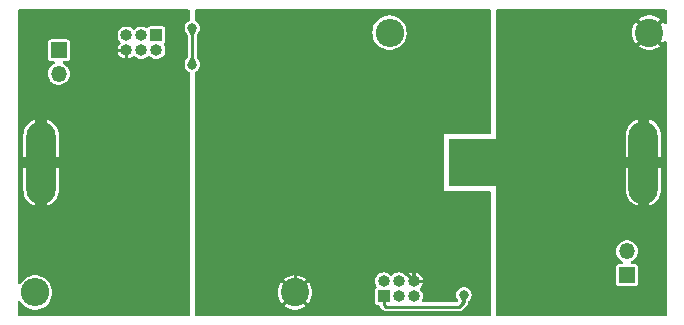
<source format=gbr>
%TF.GenerationSoftware,KiCad,Pcbnew,7.0.6-0*%
%TF.CreationDate,2024-05-28T13:41:10+12:00*%
%TF.ProjectId,BMSladderLeaf,424d536c-6164-4646-9572-4c6561662e6b,rev?*%
%TF.SameCoordinates,Original*%
%TF.FileFunction,Copper,L2,Bot*%
%TF.FilePolarity,Positive*%
%FSLAX46Y46*%
G04 Gerber Fmt 4.6, Leading zero omitted, Abs format (unit mm)*
G04 Created by KiCad (PCBNEW 7.0.6-0) date 2024-05-28 13:41:10*
%MOMM*%
%LPD*%
G01*
G04 APERTURE LIST*
%TA.AperFunction,ComponentPad*%
%ADD10O,2.500000X7.000000*%
%TD*%
%TA.AperFunction,ComponentPad*%
%ADD11R,1.000000X1.000000*%
%TD*%
%TA.AperFunction,ComponentPad*%
%ADD12O,1.000000X1.000000*%
%TD*%
%TA.AperFunction,ComponentPad*%
%ADD13C,2.400000*%
%TD*%
%TA.AperFunction,ComponentPad*%
%ADD14O,2.400000X2.400000*%
%TD*%
%TA.AperFunction,ComponentPad*%
%ADD15C,0.900000*%
%TD*%
%TA.AperFunction,ComponentPad*%
%ADD16C,8.600000*%
%TD*%
%TA.AperFunction,ComponentPad*%
%ADD17R,1.350000X1.350000*%
%TD*%
%TA.AperFunction,ComponentPad*%
%ADD18O,1.350000X1.350000*%
%TD*%
%TA.AperFunction,ViaPad*%
%ADD19C,0.800000*%
%TD*%
%TA.AperFunction,Conductor*%
%ADD20C,0.250000*%
%TD*%
G04 APERTURE END LIST*
D10*
%TO.P,H2,1,1*%
%TO.N,GND*%
X17000000Y-113000000D03*
%TD*%
D11*
%TO.P,J5,1,Pin_1*%
%TO.N,/FAULT_UPDI*%
X26770000Y-102230000D03*
D12*
%TO.P,J5,2,Pin_2*%
%TO.N,/VCC*%
X26770000Y-103500000D03*
%TO.P,J5,3,Pin_3*%
%TO.N,/RX*%
X25500000Y-102230000D03*
%TO.P,J5,4,Pin_4*%
%TO.N,/TX*%
X25500000Y-103500000D03*
%TO.P,J5,5,Pin_5*%
%TO.N,unconnected-(J5-Pin_5-Pad5)*%
X24230000Y-102230000D03*
%TO.P,J5,6,Pin_6*%
%TO.N,GND*%
X24230000Y-103500000D03*
%TD*%
D10*
%TO.P,H1,1,1*%
%TO.N,+BATT*%
X68000000Y-113000000D03*
%TD*%
D13*
%TO.P,R7,1*%
%TO.N,VEE*%
X38500000Y-124000000D03*
D14*
%TO.P,R7,2*%
%TO.N,Net-(Q2-D)*%
X16500000Y-124000000D03*
%TD*%
D13*
%TO.P,R20,1*%
%TO.N,+BATT*%
X68500000Y-102000000D03*
D14*
%TO.P,R20,2*%
%TO.N,Net-(Q5-D)*%
X46500000Y-102000000D03*
%TD*%
D11*
%TO.P,J7,1,Pin_1*%
%TO.N,/FAULT_UPDI2*%
X46025000Y-124325000D03*
D12*
%TO.P,J7,2,Pin_2*%
%TO.N,/VCCB*%
X46025000Y-123055000D03*
%TO.P,J7,3,Pin_3*%
%TO.N,/RX2*%
X47295000Y-124325000D03*
%TO.P,J7,4,Pin_4*%
%TO.N,/TX2*%
X47295000Y-123055000D03*
%TO.P,J7,5,Pin_5*%
%TO.N,unconnected-(J7-Pin_5-Pad5)*%
X48565000Y-124325000D03*
%TO.P,J7,6,Pin_6*%
%TO.N,VEE*%
X48565000Y-123055000D03*
%TD*%
D15*
%TO.P,H4,1,1*%
%TO.N,VEE*%
X39275000Y-113000000D03*
X40219581Y-110719581D03*
X40219581Y-115280419D03*
X42500000Y-109775000D03*
D16*
X42500000Y-113000000D03*
D15*
X42500000Y-116225000D03*
X44780419Y-110719581D03*
X44780419Y-115280419D03*
X45725000Y-113000000D03*
%TD*%
D17*
%TO.P,J4,1,Pin_1*%
%TO.N,Net-(J2-Pin_1)*%
X18500000Y-103500000D03*
D18*
%TO.P,J4,2,Pin_2*%
%TO.N,Net-(J2-Pin_2)*%
X18500000Y-105500000D03*
%TD*%
D17*
%TO.P,J6,1,Pin_1*%
%TO.N,Net-(J6-Pin_1)*%
X66600000Y-122500000D03*
D18*
%TO.P,J6,2,Pin_2*%
%TO.N,Net-(J6-Pin_2)*%
X66600000Y-120500000D03*
%TD*%
D19*
%TO.N,GND*%
X19600000Y-119700000D03*
X29100000Y-108700000D03*
X21100000Y-111600000D03*
X29100000Y-119900000D03*
X24200000Y-105400000D03*
X23200004Y-117100000D03*
X19300000Y-111599996D03*
%TO.N,VEE*%
X50500000Y-104500000D03*
X48200014Y-104500000D03*
X41000000Y-104100000D03*
X43700000Y-120600000D03*
X33000000Y-117400000D03*
X54700000Y-110200002D03*
X51500000Y-116700000D03*
X49299996Y-104500000D03*
X36200010Y-119900000D03*
X30500000Y-119900000D03*
X31500000Y-103500000D03*
X31000000Y-106000000D03*
X31000000Y-107500000D03*
X54700000Y-115800000D03*
%TO.N,/RX*%
X29800000Y-101600000D03*
X29800000Y-104700000D03*
%TO.N,/FAULT_UPDI2*%
X52800000Y-124200000D03*
%TO.N,+BATT*%
X57300004Y-123900000D03*
X60300006Y-107200000D03*
X65200000Y-105700000D03*
X60300000Y-110200002D03*
%TD*%
D20*
%TO.N,GND*%
X23300000Y-113000000D02*
X23200000Y-113100000D01*
X20000000Y-113000000D02*
X17000000Y-113000000D01*
X24200000Y-105400000D02*
X24200000Y-103530000D01*
X23300000Y-113000000D02*
X21200000Y-113000000D01*
X23200000Y-117099996D02*
X23200004Y-117100000D01*
X21100000Y-111600000D02*
X21100000Y-113000000D01*
X21200000Y-113000000D02*
X21100000Y-113000000D01*
X29100000Y-119900000D02*
X29100000Y-113000000D01*
X20000000Y-113000000D02*
X19600000Y-113000000D01*
X24200000Y-103530000D02*
X24230000Y-103500000D01*
X21100000Y-113000000D02*
X20000000Y-113000000D01*
X29100000Y-113000000D02*
X29100000Y-108700000D01*
X19300000Y-113000000D02*
X19300000Y-111599996D01*
X29100000Y-113000000D02*
X23300000Y-113000000D01*
X19600000Y-119700000D02*
X19600000Y-113000000D01*
X23200000Y-113100000D02*
X23200000Y-117099996D01*
X19600000Y-113000000D02*
X19300000Y-113000000D01*
%TO.N,VEE*%
X38500000Y-119900000D02*
X36200010Y-119900000D01*
X50999998Y-110200002D02*
X48200000Y-113000000D01*
X51500000Y-115800000D02*
X51500000Y-116700000D01*
X33000000Y-117400000D02*
X38500000Y-117400000D01*
X43700000Y-120600000D02*
X42500000Y-119400000D01*
X31500000Y-106000000D02*
X31000000Y-106000000D01*
X38500000Y-119700000D02*
X38500000Y-119900000D01*
X30500000Y-119900000D02*
X36200010Y-119900000D01*
X48200000Y-113000000D02*
X51000000Y-115800000D01*
X47610000Y-122100000D02*
X48565000Y-123055000D01*
X45200000Y-122100000D02*
X47610000Y-122100000D01*
X51500000Y-115800000D02*
X54700000Y-115800000D01*
X43700000Y-120600000D02*
X45200000Y-122100000D01*
X38500000Y-117400000D02*
X38500000Y-117000000D01*
X31000000Y-106000000D02*
X31000000Y-107500000D01*
X48200000Y-113000000D02*
X42500000Y-113000000D01*
X54700000Y-110200002D02*
X50999998Y-110200002D01*
X42500000Y-113000000D02*
X42500000Y-105600000D01*
X31500000Y-103500000D02*
X31500000Y-106000000D01*
X51000000Y-115800000D02*
X51500000Y-115800000D01*
X38500000Y-117000000D02*
X42500000Y-113000000D01*
X38500000Y-119700000D02*
X38500000Y-117400000D01*
X35500000Y-106000000D02*
X31500000Y-106000000D01*
X42500000Y-119400000D02*
X42500000Y-113000000D01*
X42500000Y-113000000D02*
X48200014Y-107299986D01*
X42500000Y-105600000D02*
X41000000Y-104100000D01*
X42500000Y-113000000D02*
X35500000Y-106000000D01*
X38500000Y-124000000D02*
X38500000Y-119700000D01*
X48200014Y-107299986D02*
X48200014Y-104500000D01*
%TO.N,/RX*%
X29800000Y-101600000D02*
X29800000Y-104700000D01*
%TO.N,/FAULT_UPDI2*%
X52375000Y-125225000D02*
X52800000Y-124800000D01*
X46030000Y-125030000D02*
X46225000Y-125225000D01*
X52800000Y-124800000D02*
X52800000Y-124200000D01*
X46225000Y-125225000D02*
X52375000Y-125225000D01*
X46030000Y-124400000D02*
X46030000Y-125030000D01*
%TO.N,+BATT*%
X57300004Y-115799996D02*
X57300004Y-123900000D01*
X60100000Y-113000000D02*
X57300004Y-115799996D01*
X60300000Y-107200006D02*
X60300006Y-107200000D01*
X68000000Y-113000000D02*
X68000000Y-108500000D01*
X68000000Y-113000000D02*
X60300000Y-113000000D01*
X68000000Y-108500000D02*
X65200000Y-105700000D01*
X60300000Y-110200002D02*
X60300000Y-113000000D01*
X60300000Y-113000000D02*
X60100000Y-113000000D01*
X68500000Y-102000000D02*
X65200000Y-105300000D01*
X60300000Y-108500000D02*
X60300000Y-107200006D01*
X65200000Y-105300000D02*
X65200000Y-105700000D01*
X60300000Y-108500000D02*
X60300000Y-110200002D01*
%TD*%
%TA.AperFunction,Conductor*%
%TO.N,VEE*%
G36*
X44702010Y-114989878D02*
G01*
X44670169Y-114995831D01*
X44574809Y-115054876D01*
X44507218Y-115144381D01*
X44490612Y-115202743D01*
X43911477Y-114623608D01*
X44074969Y-114470918D01*
X44123453Y-114411322D01*
X44702010Y-114989878D01*
G37*
%TD.AperFunction*%
%TA.AperFunction,Conductor*%
G36*
X40925031Y-114470918D02*
G01*
X41088522Y-114623608D01*
X40513305Y-115198825D01*
X40513127Y-115196898D01*
X40463133Y-115096497D01*
X40380247Y-115020935D01*
X40298572Y-114989294D01*
X40876545Y-114411321D01*
X40925031Y-114470918D01*
G37*
%TD.AperFunction*%
%TA.AperFunction,Conductor*%
G36*
X41088522Y-111376390D02*
G01*
X40925031Y-111529082D01*
X40876546Y-111588677D01*
X40297989Y-111010121D01*
X40329831Y-111004169D01*
X40425191Y-110945124D01*
X40492782Y-110855619D01*
X40509387Y-110797255D01*
X41088522Y-111376390D01*
G37*
%TD.AperFunction*%
%TA.AperFunction,Conductor*%
G36*
X44486873Y-110803102D02*
G01*
X44536867Y-110903503D01*
X44619753Y-110979065D01*
X44701426Y-111010704D01*
X44123453Y-111588677D01*
X44074969Y-111529082D01*
X43911476Y-111376389D01*
X44486694Y-110801171D01*
X44486873Y-110803102D01*
G37*
%TD.AperFunction*%
%TA.AperFunction,Conductor*%
G36*
X55043039Y-100045185D02*
G01*
X55088794Y-100097989D01*
X55100000Y-100149500D01*
X55100000Y-110476000D01*
X55080315Y-110543039D01*
X55027511Y-110588794D01*
X54976000Y-110600000D01*
X51100000Y-110600000D01*
X51100000Y-115400000D01*
X54976000Y-115400000D01*
X55043039Y-115419685D01*
X55088794Y-115472489D01*
X55100000Y-115524000D01*
X55100000Y-125850500D01*
X55080315Y-125917539D01*
X55027511Y-125963294D01*
X54976000Y-125974500D01*
X30124000Y-125974500D01*
X30056961Y-125954815D01*
X30011206Y-125902011D01*
X30000000Y-125850500D01*
X30000000Y-124000005D01*
X37045031Y-124000005D01*
X37064874Y-124239476D01*
X37123865Y-124472428D01*
X37220391Y-124692485D01*
X37351827Y-124893662D01*
X37351828Y-124893665D01*
X37372139Y-124915728D01*
X37979972Y-124307894D01*
X38072075Y-124427925D01*
X38192104Y-124520026D01*
X37586048Y-125126082D01*
X37586048Y-125126083D01*
X37704205Y-125218049D01*
X37915544Y-125332421D01*
X37915550Y-125332423D01*
X38142823Y-125410446D01*
X38379851Y-125450000D01*
X38620149Y-125450000D01*
X38857176Y-125410446D01*
X39084449Y-125332423D01*
X39084455Y-125332421D01*
X39295794Y-125218049D01*
X39413950Y-125126083D01*
X39413951Y-125126082D01*
X38807895Y-124520026D01*
X38927925Y-124427925D01*
X39020027Y-124307895D01*
X39627859Y-124915727D01*
X39627860Y-124915727D01*
X39648173Y-124893661D01*
X39648176Y-124893657D01*
X39779606Y-124692490D01*
X39876134Y-124472428D01*
X39935125Y-124239476D01*
X39954969Y-124000005D01*
X39954969Y-123999994D01*
X39935125Y-123760523D01*
X39876134Y-123527571D01*
X39779608Y-123307514D01*
X39648172Y-123106337D01*
X39648171Y-123106334D01*
X39627859Y-123084270D01*
X39020026Y-123692104D01*
X38927925Y-123572075D01*
X38807894Y-123479973D01*
X39232864Y-123055002D01*
X45269751Y-123055002D01*
X45288685Y-123223056D01*
X45344545Y-123382694D01*
X45344547Y-123382697D01*
X45396171Y-123464855D01*
X45415172Y-123532091D01*
X45394805Y-123598926D01*
X45360069Y-123633929D01*
X45344399Y-123644398D01*
X45289033Y-123727260D01*
X45289032Y-123727264D01*
X45274500Y-123800321D01*
X45274500Y-124849678D01*
X45289032Y-124922735D01*
X45289033Y-124922739D01*
X45289034Y-124922740D01*
X45344399Y-125005601D01*
X45427259Y-125060966D01*
X45427260Y-125060966D01*
X45427264Y-125060967D01*
X45500321Y-125075499D01*
X45500324Y-125075500D01*
X45500326Y-125075500D01*
X45554586Y-125075500D01*
X45621625Y-125095185D01*
X45664622Y-125144806D01*
X45665047Y-125144577D01*
X45666084Y-125146493D01*
X45667380Y-125147989D01*
X45668744Y-125151409D01*
X45669934Y-125153609D01*
X45669935Y-125153610D01*
X45678144Y-125168779D01*
X45696055Y-125201877D01*
X45720174Y-125251211D01*
X45724742Y-125257609D01*
X45729582Y-125263827D01*
X45769971Y-125301009D01*
X45846409Y-125377446D01*
X45922853Y-125453890D01*
X45938978Y-125473747D01*
X45944916Y-125482836D01*
X45972929Y-125504639D01*
X45978691Y-125509728D01*
X45981483Y-125512520D01*
X46000486Y-125526088D01*
X46043811Y-125559809D01*
X46043813Y-125559809D01*
X46050735Y-125563555D01*
X46057798Y-125567008D01*
X46057801Y-125567010D01*
X46110412Y-125582673D01*
X46136375Y-125591586D01*
X46162339Y-125600500D01*
X46170101Y-125601795D01*
X46177911Y-125602768D01*
X46177912Y-125602769D01*
X46177912Y-125602768D01*
X46177913Y-125602769D01*
X46205340Y-125601634D01*
X46232769Y-125600500D01*
X52323196Y-125600500D01*
X52348641Y-125603139D01*
X52352440Y-125603935D01*
X52359268Y-125605367D01*
X52380225Y-125602754D01*
X52394492Y-125600977D01*
X52402168Y-125600500D01*
X52406112Y-125600500D01*
X52406114Y-125600500D01*
X52406116Y-125600499D01*
X52406122Y-125600499D01*
X52421487Y-125597934D01*
X52429140Y-125596657D01*
X52483626Y-125589866D01*
X52483627Y-125589865D01*
X52483629Y-125589865D01*
X52491141Y-125587628D01*
X52498606Y-125585066D01*
X52498606Y-125585065D01*
X52498610Y-125585065D01*
X52546877Y-125558944D01*
X52596211Y-125534826D01*
X52596213Y-125534823D01*
X52602598Y-125530265D01*
X52608818Y-125525423D01*
X52608826Y-125525419D01*
X52633276Y-125498858D01*
X52646008Y-125485030D01*
X52830029Y-125301008D01*
X52936704Y-125194332D01*
X52940384Y-125190939D01*
X52955357Y-125178220D01*
X52962849Y-125168765D01*
X52967584Y-125163452D01*
X53028892Y-125102144D01*
X53048741Y-125086025D01*
X53057836Y-125080084D01*
X53079644Y-125052062D01*
X53084721Y-125046316D01*
X53087520Y-125043518D01*
X53101094Y-125024504D01*
X53101094Y-125024503D01*
X53134807Y-124981192D01*
X53138547Y-124974280D01*
X53142003Y-124967207D01*
X53142010Y-124967199D01*
X53157670Y-124914596D01*
X53175500Y-124862660D01*
X53175500Y-124862655D01*
X53176791Y-124854922D01*
X53177766Y-124847094D01*
X53177768Y-124847088D01*
X53176143Y-124807825D01*
X53186103Y-124753763D01*
X53192451Y-124738983D01*
X53211705Y-124707853D01*
X53217871Y-124700562D01*
X53230303Y-124687842D01*
X53290483Y-124634530D01*
X53380220Y-124504523D01*
X53436237Y-124356818D01*
X53455278Y-124200000D01*
X53436237Y-124043182D01*
X53380220Y-123895477D01*
X53290483Y-123765470D01*
X53172240Y-123660717D01*
X53172238Y-123660716D01*
X53172237Y-123660715D01*
X53032365Y-123587303D01*
X52878986Y-123549500D01*
X52878985Y-123549500D01*
X52721015Y-123549500D01*
X52721014Y-123549500D01*
X52567634Y-123587303D01*
X52427762Y-123660715D01*
X52309516Y-123765471D01*
X52219781Y-123895475D01*
X52219780Y-123895476D01*
X52163762Y-124043181D01*
X52144722Y-124199999D01*
X52144722Y-124200000D01*
X52163762Y-124356818D01*
X52190730Y-124427925D01*
X52219780Y-124504523D01*
X52270410Y-124577874D01*
X52301824Y-124623385D01*
X52323707Y-124689740D01*
X52306241Y-124757391D01*
X52287456Y-124781504D01*
X52255780Y-124813181D01*
X52194460Y-124846666D01*
X52168100Y-124849500D01*
X49346154Y-124849500D01*
X49279115Y-124829815D01*
X49233360Y-124777011D01*
X49223416Y-124707853D01*
X49241159Y-124659530D01*
X49245454Y-124652693D01*
X49245453Y-124652693D01*
X49245456Y-124652690D01*
X49301313Y-124493059D01*
X49301313Y-124493058D01*
X49301314Y-124493056D01*
X49320249Y-124325002D01*
X49320249Y-124324997D01*
X49301314Y-124156943D01*
X49245454Y-123997305D01*
X49245452Y-123997302D01*
X49155481Y-123854115D01*
X49155476Y-123854109D01*
X49078694Y-123777327D01*
X49045209Y-123716004D01*
X49050193Y-123646312D01*
X49078694Y-123601964D01*
X49155086Y-123525572D01*
X49245003Y-123382471D01*
X49300822Y-123222947D01*
X49302845Y-123205000D01*
X48856263Y-123205000D01*
X48890000Y-123112306D01*
X48890000Y-122997694D01*
X48856263Y-122905000D01*
X49302844Y-122905000D01*
X49300822Y-122887052D01*
X49245003Y-122727528D01*
X49155084Y-122584424D01*
X49035575Y-122464915D01*
X48892471Y-122374996D01*
X48732946Y-122319177D01*
X48715000Y-122317154D01*
X48715000Y-122766324D01*
X48677871Y-122744888D01*
X48593436Y-122730000D01*
X48536564Y-122730000D01*
X48452129Y-122744888D01*
X48415000Y-122766324D01*
X48415000Y-122317154D01*
X48397053Y-122319177D01*
X48237528Y-122374996D01*
X48094427Y-122464913D01*
X48018034Y-122541306D01*
X47956710Y-122574790D01*
X47887019Y-122569805D01*
X47842672Y-122541305D01*
X47765890Y-122464523D01*
X47765884Y-122464518D01*
X47622697Y-122374547D01*
X47622694Y-122374545D01*
X47463056Y-122318685D01*
X47295003Y-122299751D01*
X47294997Y-122299751D01*
X47126943Y-122318685D01*
X46967305Y-122374545D01*
X46967302Y-122374547D01*
X46824115Y-122464518D01*
X46824109Y-122464523D01*
X46747681Y-122540952D01*
X46686358Y-122574437D01*
X46616666Y-122569453D01*
X46572319Y-122540952D01*
X46495890Y-122464523D01*
X46495884Y-122464518D01*
X46352697Y-122374547D01*
X46352694Y-122374545D01*
X46193056Y-122318685D01*
X46025003Y-122299751D01*
X46024997Y-122299751D01*
X45856943Y-122318685D01*
X45697305Y-122374545D01*
X45697302Y-122374547D01*
X45554115Y-122464518D01*
X45554109Y-122464523D01*
X45434523Y-122584109D01*
X45434518Y-122584115D01*
X45344547Y-122727302D01*
X45344545Y-122727305D01*
X45288685Y-122886943D01*
X45269751Y-123054997D01*
X45269751Y-123055002D01*
X39232864Y-123055002D01*
X39413950Y-122873916D01*
X39413950Y-122873915D01*
X39295794Y-122781950D01*
X39084455Y-122667578D01*
X39084449Y-122667576D01*
X38857176Y-122589553D01*
X38620149Y-122550000D01*
X38379851Y-122550000D01*
X38142823Y-122589553D01*
X37915550Y-122667576D01*
X37915544Y-122667578D01*
X37704209Y-122781947D01*
X37586048Y-122873915D01*
X37586048Y-122873916D01*
X38192105Y-123479973D01*
X38072075Y-123572075D01*
X37979972Y-123692104D01*
X37372139Y-123084271D01*
X37351825Y-123106339D01*
X37351824Y-123106340D01*
X37220393Y-123307509D01*
X37123865Y-123527571D01*
X37064874Y-123760523D01*
X37045031Y-123999994D01*
X37045031Y-124000005D01*
X30000000Y-124000005D01*
X30000000Y-113000000D01*
X37945140Y-113000000D01*
X37964571Y-113420277D01*
X38022695Y-113836953D01*
X38022696Y-113836958D01*
X38119018Y-114246494D01*
X38252722Y-114645411D01*
X38252725Y-114645418D01*
X38422648Y-115030257D01*
X38422662Y-115030285D01*
X38627375Y-115397817D01*
X38627379Y-115397823D01*
X38865145Y-115744918D01*
X38865152Y-115744928D01*
X39133908Y-116068577D01*
X39133926Y-116068597D01*
X39176598Y-116111269D01*
X39925856Y-115362010D01*
X39926035Y-115363940D01*
X39976029Y-115464341D01*
X40058915Y-115539903D01*
X40140588Y-115571542D01*
X39388730Y-116323401D01*
X39431402Y-116366073D01*
X39431422Y-116366091D01*
X39755071Y-116634847D01*
X39755081Y-116634854D01*
X40102176Y-116872620D01*
X40102182Y-116872624D01*
X40469714Y-117077337D01*
X40469742Y-117077351D01*
X40854581Y-117247274D01*
X40854588Y-117247277D01*
X41253505Y-117380981D01*
X41663041Y-117477303D01*
X41663046Y-117477304D01*
X42079722Y-117535428D01*
X42499999Y-117554859D01*
X42920277Y-117535428D01*
X43336953Y-117477304D01*
X43336958Y-117477303D01*
X43746494Y-117380981D01*
X44145411Y-117247277D01*
X44145418Y-117247274D01*
X44530257Y-117077351D01*
X44530285Y-117077337D01*
X44897817Y-116872624D01*
X44897823Y-116872620D01*
X45244918Y-116634854D01*
X45244928Y-116634847D01*
X45568578Y-116366091D01*
X45568596Y-116366074D01*
X45611269Y-116323400D01*
X44858827Y-115570959D01*
X44890669Y-115565007D01*
X44986029Y-115505962D01*
X45053620Y-115416457D01*
X45070225Y-115358094D01*
X45823400Y-116111269D01*
X45823401Y-116111269D01*
X45866074Y-116068596D01*
X45866091Y-116068578D01*
X46134847Y-115744928D01*
X46134854Y-115744918D01*
X46372620Y-115397823D01*
X46372624Y-115397817D01*
X46577337Y-115030285D01*
X46577351Y-115030257D01*
X46747274Y-114645418D01*
X46747277Y-114645411D01*
X46880981Y-114246494D01*
X46977303Y-113836958D01*
X46977304Y-113836953D01*
X47035428Y-113420277D01*
X47054859Y-112999999D01*
X47035428Y-112579722D01*
X46977304Y-112163046D01*
X46977303Y-112163041D01*
X46880981Y-111753505D01*
X46747277Y-111354588D01*
X46747274Y-111354581D01*
X46577351Y-110969742D01*
X46577337Y-110969714D01*
X46372624Y-110602182D01*
X46372620Y-110602176D01*
X46134854Y-110255081D01*
X46134847Y-110255071D01*
X45866091Y-109931422D01*
X45866073Y-109931402D01*
X45823401Y-109888730D01*
X45074143Y-110637987D01*
X45073965Y-110636060D01*
X45023971Y-110535659D01*
X44941085Y-110460097D01*
X44859409Y-110428456D01*
X45611269Y-109676597D01*
X45568597Y-109633926D01*
X45568577Y-109633908D01*
X45244928Y-109365152D01*
X45244918Y-109365145D01*
X44897823Y-109127379D01*
X44897817Y-109127375D01*
X44530285Y-108922662D01*
X44530257Y-108922648D01*
X44145418Y-108752725D01*
X44145411Y-108752722D01*
X43746494Y-108619018D01*
X43336958Y-108522696D01*
X43336953Y-108522695D01*
X42920277Y-108464571D01*
X42499999Y-108445140D01*
X42079722Y-108464571D01*
X41663046Y-108522695D01*
X41663041Y-108522696D01*
X41253505Y-108619018D01*
X40854588Y-108752722D01*
X40854581Y-108752725D01*
X40469742Y-108922648D01*
X40469714Y-108922662D01*
X40102182Y-109127375D01*
X40102176Y-109127379D01*
X39755081Y-109365145D01*
X39755071Y-109365152D01*
X39431416Y-109633912D01*
X39431395Y-109633932D01*
X39388730Y-109676596D01*
X39388730Y-109676598D01*
X40141172Y-110429040D01*
X40109331Y-110434993D01*
X40013971Y-110494038D01*
X39946380Y-110583543D01*
X39929774Y-110641905D01*
X39176598Y-109888730D01*
X39176597Y-109888730D01*
X39133932Y-109931395D01*
X39133912Y-109931416D01*
X38865152Y-110255071D01*
X38865145Y-110255081D01*
X38627379Y-110602176D01*
X38627375Y-110602182D01*
X38422662Y-110969714D01*
X38422648Y-110969742D01*
X38252725Y-111354581D01*
X38252722Y-111354588D01*
X38119018Y-111753505D01*
X38022696Y-112163041D01*
X38022695Y-112163046D01*
X37964571Y-112579722D01*
X37945140Y-113000000D01*
X30000000Y-113000000D01*
X30000000Y-105404642D01*
X30019685Y-105337603D01*
X30066372Y-105294847D01*
X30172240Y-105239283D01*
X30290483Y-105134530D01*
X30380220Y-105004523D01*
X30436237Y-104856818D01*
X30455278Y-104700000D01*
X30436237Y-104543182D01*
X30380220Y-104395477D01*
X30290483Y-104265470D01*
X30284259Y-104259956D01*
X30268451Y-104243070D01*
X30255646Y-104226536D01*
X30245824Y-104211786D01*
X30227064Y-104178707D01*
X30217893Y-104158508D01*
X30204611Y-104120554D01*
X30199446Y-104100612D01*
X30187157Y-104029116D01*
X30186327Y-104021460D01*
X30180744Y-103899482D01*
X30178784Y-103891140D01*
X30175500Y-103862789D01*
X30175500Y-102436837D01*
X30179116Y-102407109D01*
X30180744Y-102400518D01*
X30186326Y-102278537D01*
X30187155Y-102270888D01*
X30199445Y-102199387D01*
X30204607Y-102179451D01*
X30217893Y-102141486D01*
X30227061Y-102121297D01*
X30245826Y-102088205D01*
X30255644Y-102073460D01*
X30268445Y-102056932D01*
X30284249Y-102040051D01*
X30290483Y-102034530D01*
X30314314Y-102000005D01*
X45044529Y-102000005D01*
X45064379Y-102239559D01*
X45123389Y-102472589D01*
X45219951Y-102692729D01*
X45291215Y-102801805D01*
X45351429Y-102893969D01*
X45514236Y-103070825D01*
X45514239Y-103070827D01*
X45514242Y-103070830D01*
X45703924Y-103218466D01*
X45703930Y-103218470D01*
X45703933Y-103218472D01*
X45915344Y-103332882D01*
X45915347Y-103332883D01*
X46142699Y-103410933D01*
X46142701Y-103410933D01*
X46142703Y-103410934D01*
X46379808Y-103450500D01*
X46379809Y-103450500D01*
X46620191Y-103450500D01*
X46620192Y-103450500D01*
X46857297Y-103410934D01*
X47084656Y-103332882D01*
X47296067Y-103218472D01*
X47485764Y-103070825D01*
X47648571Y-102893969D01*
X47780049Y-102692728D01*
X47876610Y-102472591D01*
X47935620Y-102239563D01*
X47948802Y-102080481D01*
X47955471Y-102000005D01*
X47955471Y-101999994D01*
X47935620Y-101760440D01*
X47935620Y-101760437D01*
X47876610Y-101527409D01*
X47780049Y-101307272D01*
X47772342Y-101295476D01*
X47648572Y-101106033D01*
X47648571Y-101106031D01*
X47485764Y-100929175D01*
X47485759Y-100929171D01*
X47485757Y-100929169D01*
X47296075Y-100781533D01*
X47296069Y-100781529D01*
X47084657Y-100667118D01*
X47084652Y-100667116D01*
X46857300Y-100589066D01*
X46679468Y-100559391D01*
X46620192Y-100549500D01*
X46379808Y-100549500D01*
X46332387Y-100557413D01*
X46142699Y-100589066D01*
X45915347Y-100667116D01*
X45915342Y-100667118D01*
X45703930Y-100781529D01*
X45703924Y-100781533D01*
X45514242Y-100929169D01*
X45514239Y-100929172D01*
X45351430Y-101106029D01*
X45351427Y-101106033D01*
X45219951Y-101307270D01*
X45123389Y-101527410D01*
X45064379Y-101760440D01*
X45044529Y-101999994D01*
X45044529Y-102000005D01*
X30314314Y-102000005D01*
X30380220Y-101904523D01*
X30436237Y-101756818D01*
X30455278Y-101600000D01*
X30448543Y-101544527D01*
X30436237Y-101443181D01*
X30392680Y-101328332D01*
X30380220Y-101295477D01*
X30290483Y-101165470D01*
X30172240Y-101060717D01*
X30172237Y-101060714D01*
X30066374Y-101005153D01*
X30016161Y-100956568D01*
X30000000Y-100895357D01*
X30000000Y-100149500D01*
X30019685Y-100082461D01*
X30072489Y-100036706D01*
X30124000Y-100025500D01*
X54976000Y-100025500D01*
X55043039Y-100045185D01*
G37*
%TD.AperFunction*%
%TD*%
%TA.AperFunction,Conductor*%
%TO.N,GND*%
G36*
X29543039Y-100045185D02*
G01*
X29588794Y-100097989D01*
X29600000Y-100149500D01*
X29600000Y-100895357D01*
X29580315Y-100962396D01*
X29533626Y-101005153D01*
X29427762Y-101060714D01*
X29309516Y-101165471D01*
X29219781Y-101295475D01*
X29219780Y-101295476D01*
X29163762Y-101443181D01*
X29144722Y-101599999D01*
X29144722Y-101600000D01*
X29163762Y-101756818D01*
X29219780Y-101904523D01*
X29219781Y-101904524D01*
X29309517Y-102034530D01*
X29315739Y-102040042D01*
X29331548Y-102056930D01*
X29335431Y-102061943D01*
X29344349Y-102073458D01*
X29354172Y-102088211D01*
X29372925Y-102121277D01*
X29382104Y-102141491D01*
X29395386Y-102179445D01*
X29400554Y-102199400D01*
X29412839Y-102270878D01*
X29413671Y-102278551D01*
X29419255Y-102400514D01*
X29419257Y-102400529D01*
X29421214Y-102408859D01*
X29424500Y-102437215D01*
X29424500Y-103863157D01*
X29420884Y-103892883D01*
X29419254Y-103899481D01*
X29419254Y-103899485D01*
X29413671Y-104021444D01*
X29412839Y-104029118D01*
X29400554Y-104100596D01*
X29395386Y-104120552D01*
X29382102Y-104158511D01*
X29372924Y-104178722D01*
X29354173Y-104211786D01*
X29344344Y-104226547D01*
X29331544Y-104243073D01*
X29315745Y-104259951D01*
X29309519Y-104265467D01*
X29219781Y-104395475D01*
X29219780Y-104395476D01*
X29163762Y-104543181D01*
X29144722Y-104699999D01*
X29144722Y-104700000D01*
X29163762Y-104856818D01*
X29200243Y-104953008D01*
X29219780Y-105004523D01*
X29309517Y-105134530D01*
X29427760Y-105239283D01*
X29533627Y-105294847D01*
X29583838Y-105343430D01*
X29600000Y-105404642D01*
X29600000Y-125850500D01*
X29580315Y-125917539D01*
X29527511Y-125963294D01*
X29476000Y-125974500D01*
X15149500Y-125974500D01*
X15082461Y-125954815D01*
X15036706Y-125902011D01*
X15025500Y-125850500D01*
X15025500Y-124811606D01*
X15045185Y-124744567D01*
X15097989Y-124698812D01*
X15167147Y-124688868D01*
X15230703Y-124717893D01*
X15253306Y-124743782D01*
X15351429Y-124893969D01*
X15514236Y-125070825D01*
X15514239Y-125070827D01*
X15514242Y-125070830D01*
X15703924Y-125218466D01*
X15703930Y-125218470D01*
X15703933Y-125218472D01*
X15915344Y-125332882D01*
X15915347Y-125332883D01*
X16142699Y-125410933D01*
X16142701Y-125410933D01*
X16142703Y-125410934D01*
X16379808Y-125450500D01*
X16379809Y-125450500D01*
X16620191Y-125450500D01*
X16620192Y-125450500D01*
X16857297Y-125410934D01*
X17084656Y-125332882D01*
X17296067Y-125218472D01*
X17485764Y-125070825D01*
X17648571Y-124893969D01*
X17780049Y-124692728D01*
X17876610Y-124472591D01*
X17935620Y-124239563D01*
X17955471Y-124000000D01*
X17935620Y-123760437D01*
X17876610Y-123527409D01*
X17780049Y-123307272D01*
X17648571Y-123106031D01*
X17485764Y-122929175D01*
X17485759Y-122929171D01*
X17485757Y-122929169D01*
X17296075Y-122781533D01*
X17296069Y-122781529D01*
X17084657Y-122667118D01*
X17084652Y-122667116D01*
X16857300Y-122589066D01*
X16679468Y-122559391D01*
X16620192Y-122549500D01*
X16379808Y-122549500D01*
X16332386Y-122557413D01*
X16142699Y-122589066D01*
X15915347Y-122667116D01*
X15915342Y-122667118D01*
X15703930Y-122781529D01*
X15703924Y-122781533D01*
X15514242Y-122929169D01*
X15514239Y-122929172D01*
X15351430Y-123106029D01*
X15351427Y-123106033D01*
X15253308Y-123256215D01*
X15200162Y-123301572D01*
X15130930Y-123310995D01*
X15067595Y-123281493D01*
X15030263Y-123222432D01*
X15025500Y-123188393D01*
X15025500Y-122549500D01*
X15025500Y-112850000D01*
X15499999Y-112850000D01*
X16500000Y-112850000D01*
X16500000Y-113150000D01*
X15500000Y-113150000D01*
X15500000Y-115312041D01*
X15515385Y-115497730D01*
X15515387Y-115497738D01*
X15576412Y-115738717D01*
X15676267Y-115966367D01*
X15812232Y-116174478D01*
X15980592Y-116357364D01*
X15980602Y-116357373D01*
X16176762Y-116510051D01*
X16176771Y-116510057D01*
X16395385Y-116628364D01*
X16395396Y-116628369D01*
X16630507Y-116709083D01*
X16849999Y-116745709D01*
X16850000Y-116745709D01*
X16850000Y-115977064D01*
X16928111Y-116000000D01*
X17071889Y-116000000D01*
X17150000Y-115977064D01*
X17150000Y-116745709D01*
X17369492Y-116709083D01*
X17604603Y-116628369D01*
X17604614Y-116628364D01*
X17823228Y-116510057D01*
X17823237Y-116510051D01*
X18019397Y-116357373D01*
X18019407Y-116357364D01*
X18187767Y-116174478D01*
X18323732Y-115966367D01*
X18423587Y-115738717D01*
X18484612Y-115497738D01*
X18484614Y-115497730D01*
X18500000Y-115312041D01*
X18500000Y-113150000D01*
X17500000Y-113150000D01*
X17500000Y-112850000D01*
X18500000Y-112850000D01*
X18500000Y-110687959D01*
X18484614Y-110502269D01*
X18484612Y-110502261D01*
X18423587Y-110261282D01*
X18323732Y-110033632D01*
X18187767Y-109825521D01*
X18019407Y-109642635D01*
X18019397Y-109642626D01*
X17823237Y-109489948D01*
X17823228Y-109489942D01*
X17604614Y-109371635D01*
X17604603Y-109371630D01*
X17369492Y-109290916D01*
X17150000Y-109254289D01*
X17150000Y-110022935D01*
X17071889Y-110000000D01*
X16928111Y-110000000D01*
X16850000Y-110022935D01*
X16850000Y-109254289D01*
X16849999Y-109254289D01*
X16630507Y-109290916D01*
X16395396Y-109371630D01*
X16395385Y-109371635D01*
X16176771Y-109489942D01*
X16176762Y-109489948D01*
X15980602Y-109642626D01*
X15980592Y-109642635D01*
X15812232Y-109825521D01*
X15676267Y-110033632D01*
X15576412Y-110261282D01*
X15515387Y-110502261D01*
X15515385Y-110502269D01*
X15500000Y-110687959D01*
X15499999Y-112850000D01*
X15025500Y-112850000D01*
X15025500Y-112739851D01*
X15039423Y-105500000D01*
X17569402Y-105500000D01*
X17589738Y-105693483D01*
X17649856Y-105878510D01*
X17649857Y-105878511D01*
X17730159Y-106017597D01*
X17747130Y-106046992D01*
X17792476Y-106097354D01*
X17877302Y-106191564D01*
X17877305Y-106191566D01*
X17877308Y-106191569D01*
X17995352Y-106277333D01*
X18034702Y-106305923D01*
X18102926Y-106336297D01*
X18212429Y-106385051D01*
X18402726Y-106425500D01*
X18597274Y-106425500D01*
X18787571Y-106385051D01*
X18965299Y-106305922D01*
X19122692Y-106191569D01*
X19252870Y-106046992D01*
X19350144Y-105878508D01*
X19410262Y-105693482D01*
X19430598Y-105500000D01*
X19410262Y-105306518D01*
X19350144Y-105121492D01*
X19350143Y-105121491D01*
X19350143Y-105121489D01*
X19350142Y-105121488D01*
X19316202Y-105062703D01*
X19252870Y-104953008D01*
X19201882Y-104896381D01*
X19122697Y-104808435D01*
X19122694Y-104808433D01*
X19122693Y-104808432D01*
X19122692Y-104808431D01*
X19043995Y-104751254D01*
X18965297Y-104694076D01*
X18895002Y-104662780D01*
X18841765Y-104617530D01*
X18821443Y-104550681D01*
X18840488Y-104483457D01*
X18892853Y-104437201D01*
X18945437Y-104425500D01*
X19199676Y-104425500D01*
X19199677Y-104425499D01*
X19272740Y-104410966D01*
X19355601Y-104355601D01*
X19410966Y-104272740D01*
X19425500Y-104199674D01*
X19425500Y-102800326D01*
X19425500Y-102800323D01*
X19425499Y-102800321D01*
X19410967Y-102727264D01*
X19410966Y-102727260D01*
X19393342Y-102700884D01*
X19355601Y-102644399D01*
X19272740Y-102589034D01*
X19272739Y-102589033D01*
X19272735Y-102589032D01*
X19199677Y-102574500D01*
X19199674Y-102574500D01*
X17800326Y-102574500D01*
X17800323Y-102574500D01*
X17727264Y-102589032D01*
X17727260Y-102589033D01*
X17644399Y-102644399D01*
X17589033Y-102727260D01*
X17589032Y-102727264D01*
X17574500Y-102800321D01*
X17574500Y-104199678D01*
X17589032Y-104272735D01*
X17589033Y-104272739D01*
X17589034Y-104272740D01*
X17644399Y-104355601D01*
X17704079Y-104395477D01*
X17727260Y-104410966D01*
X17727264Y-104410967D01*
X17800321Y-104425499D01*
X17800324Y-104425500D01*
X18054563Y-104425500D01*
X18121602Y-104445185D01*
X18167357Y-104497989D01*
X18177301Y-104567147D01*
X18148276Y-104630703D01*
X18104998Y-104662780D01*
X18034702Y-104694076D01*
X17877305Y-104808433D01*
X17877302Y-104808435D01*
X17747129Y-104953009D01*
X17649857Y-105121488D01*
X17649856Y-105121489D01*
X17589738Y-105306516D01*
X17569402Y-105500000D01*
X15039423Y-105500000D01*
X15045711Y-102230002D01*
X23474751Y-102230002D01*
X23493685Y-102398056D01*
X23549545Y-102557694D01*
X23549547Y-102557697D01*
X23639518Y-102700884D01*
X23639523Y-102700890D01*
X23716305Y-102777672D01*
X23749790Y-102838995D01*
X23744806Y-102908687D01*
X23716306Y-102953034D01*
X23639913Y-103029427D01*
X23549996Y-103172528D01*
X23494177Y-103332052D01*
X23492155Y-103350000D01*
X23938737Y-103350000D01*
X23905000Y-103442694D01*
X23905000Y-103557306D01*
X23938737Y-103650000D01*
X23492155Y-103650000D01*
X23494177Y-103667947D01*
X23549996Y-103827471D01*
X23639915Y-103970575D01*
X23759424Y-104090084D01*
X23902528Y-104180003D01*
X24062052Y-104235822D01*
X24079999Y-104237844D01*
X24079999Y-103788675D01*
X24117129Y-103810112D01*
X24201564Y-103825000D01*
X24258436Y-103825000D01*
X24342871Y-103810112D01*
X24380000Y-103788675D01*
X24380000Y-104237844D01*
X24397947Y-104235822D01*
X24557471Y-104180003D01*
X24700572Y-104090086D01*
X24776964Y-104013694D01*
X24838287Y-103980209D01*
X24907979Y-103985193D01*
X24952327Y-104013694D01*
X25029109Y-104090476D01*
X25029115Y-104090481D01*
X25172302Y-104180452D01*
X25172305Y-104180454D01*
X25172309Y-104180455D01*
X25172310Y-104180456D01*
X25227232Y-104199674D01*
X25331943Y-104236314D01*
X25499997Y-104255249D01*
X25500000Y-104255249D01*
X25500003Y-104255249D01*
X25668056Y-104236314D01*
X25669462Y-104235822D01*
X25827690Y-104180456D01*
X25827692Y-104180454D01*
X25827694Y-104180454D01*
X25827697Y-104180452D01*
X25970884Y-104090481D01*
X25970885Y-104090480D01*
X25970890Y-104090477D01*
X26047318Y-104014048D01*
X26108642Y-103980563D01*
X26178334Y-103985547D01*
X26222681Y-104014048D01*
X26299109Y-104090476D01*
X26299115Y-104090481D01*
X26442302Y-104180452D01*
X26442305Y-104180454D01*
X26442309Y-104180455D01*
X26442310Y-104180456D01*
X26497232Y-104199674D01*
X26601943Y-104236314D01*
X26769997Y-104255249D01*
X26770000Y-104255249D01*
X26770003Y-104255249D01*
X26938056Y-104236314D01*
X26939462Y-104235822D01*
X27097690Y-104180456D01*
X27097692Y-104180454D01*
X27097694Y-104180454D01*
X27097697Y-104180452D01*
X27240884Y-104090481D01*
X27240885Y-104090480D01*
X27240890Y-104090477D01*
X27360477Y-103970890D01*
X27360675Y-103970575D01*
X27450452Y-103827697D01*
X27450454Y-103827694D01*
X27450454Y-103827692D01*
X27450456Y-103827690D01*
X27506313Y-103668059D01*
X27506313Y-103668058D01*
X27506314Y-103668056D01*
X27525249Y-103500002D01*
X27525249Y-103499997D01*
X27506314Y-103331943D01*
X27476659Y-103247195D01*
X27450456Y-103172310D01*
X27450454Y-103172307D01*
X27450454Y-103172306D01*
X27398828Y-103090145D01*
X27379827Y-103022908D01*
X27400194Y-102956073D01*
X27434930Y-102921071D01*
X27450601Y-102910601D01*
X27505966Y-102827740D01*
X27520500Y-102754674D01*
X27520500Y-101705326D01*
X27520500Y-101705323D01*
X27520499Y-101705321D01*
X27505967Y-101632264D01*
X27505966Y-101632260D01*
X27484410Y-101599999D01*
X27450601Y-101549399D01*
X27367740Y-101494034D01*
X27367739Y-101494033D01*
X27367735Y-101494032D01*
X27294677Y-101479500D01*
X27294674Y-101479500D01*
X26245326Y-101479500D01*
X26245323Y-101479500D01*
X26172264Y-101494032D01*
X26172260Y-101494033D01*
X26089398Y-101549399D01*
X26078929Y-101565069D01*
X26025317Y-101609874D01*
X25955992Y-101618581D01*
X25909855Y-101601171D01*
X25827697Y-101549547D01*
X25827694Y-101549545D01*
X25668056Y-101493685D01*
X25500003Y-101474751D01*
X25499997Y-101474751D01*
X25331943Y-101493685D01*
X25172305Y-101549545D01*
X25172302Y-101549547D01*
X25029115Y-101639518D01*
X25029109Y-101639523D01*
X24952681Y-101715952D01*
X24891358Y-101749437D01*
X24821666Y-101744453D01*
X24777319Y-101715952D01*
X24700890Y-101639523D01*
X24700884Y-101639518D01*
X24557697Y-101549547D01*
X24557694Y-101549545D01*
X24398056Y-101493685D01*
X24230003Y-101474751D01*
X24229997Y-101474751D01*
X24061943Y-101493685D01*
X23902305Y-101549545D01*
X23902302Y-101549547D01*
X23759115Y-101639518D01*
X23759109Y-101639523D01*
X23639523Y-101759109D01*
X23639518Y-101759115D01*
X23549547Y-101902302D01*
X23549545Y-101902305D01*
X23493685Y-102061943D01*
X23474751Y-102229997D01*
X23474751Y-102230002D01*
X15045711Y-102230002D01*
X15048278Y-100895357D01*
X15049713Y-100149262D01*
X15069527Y-100082260D01*
X15122419Y-100036607D01*
X15173713Y-100025500D01*
X29476000Y-100025500D01*
X29543039Y-100045185D01*
G37*
%TD.AperFunction*%
%TD*%
%TA.AperFunction,Conductor*%
%TO.N,+BATT*%
G36*
X69974500Y-117600000D02*
G01*
X65350000Y-117600000D01*
X65356355Y-115312041D01*
X66500000Y-115312041D01*
X66515385Y-115497730D01*
X66515387Y-115497738D01*
X66576412Y-115738717D01*
X66676267Y-115966367D01*
X66812232Y-116174478D01*
X66980592Y-116357364D01*
X66980602Y-116357373D01*
X67176762Y-116510051D01*
X67176771Y-116510057D01*
X67395385Y-116628364D01*
X67395388Y-116628366D01*
X67500000Y-116664278D01*
X67500000Y-115535763D01*
X67515320Y-115642315D01*
X67575048Y-115773100D01*
X67669202Y-115881761D01*
X67790156Y-115959493D01*
X67928111Y-116000000D01*
X68071889Y-116000000D01*
X68209844Y-115959493D01*
X68330798Y-115881761D01*
X68424952Y-115773100D01*
X68484680Y-115642315D01*
X68500000Y-115535763D01*
X68500000Y-116664277D01*
X68604611Y-116628366D01*
X68604614Y-116628364D01*
X68823228Y-116510057D01*
X68823237Y-116510051D01*
X69019397Y-116357373D01*
X69019407Y-116357364D01*
X69187767Y-116174478D01*
X69323732Y-115966367D01*
X69423587Y-115738717D01*
X69484612Y-115497738D01*
X69484614Y-115497730D01*
X69500000Y-115312041D01*
X69500000Y-113500000D01*
X68500000Y-113500000D01*
X68500000Y-112500000D01*
X69500000Y-112500000D01*
X69500000Y-110687959D01*
X69484614Y-110502269D01*
X69484612Y-110502261D01*
X69423587Y-110261282D01*
X69323732Y-110033632D01*
X69187767Y-109825521D01*
X69019407Y-109642635D01*
X69019397Y-109642626D01*
X68823237Y-109489948D01*
X68823228Y-109489942D01*
X68604614Y-109371635D01*
X68604604Y-109371630D01*
X68500000Y-109335720D01*
X68500000Y-110464237D01*
X68484680Y-110357685D01*
X68424952Y-110226900D01*
X68330798Y-110118239D01*
X68209844Y-110040507D01*
X68071889Y-110000000D01*
X67928111Y-110000000D01*
X67790156Y-110040507D01*
X67669202Y-110118239D01*
X67575048Y-110226900D01*
X67515320Y-110357685D01*
X67500000Y-110464237D01*
X67500000Y-109335720D01*
X67395395Y-109371630D01*
X67395385Y-109371635D01*
X67176771Y-109489942D01*
X67176762Y-109489948D01*
X66980602Y-109642626D01*
X66980592Y-109642635D01*
X66812232Y-109825521D01*
X66676267Y-110033632D01*
X66576412Y-110261282D01*
X66515387Y-110502261D01*
X66515385Y-110502269D01*
X66500000Y-110687959D01*
X66500000Y-112500000D01*
X67500000Y-112500000D01*
X67500000Y-113500000D01*
X66500000Y-113500000D01*
X66500000Y-115312041D01*
X65356355Y-115312041D01*
X65375000Y-108600000D01*
X69974500Y-108577563D01*
X69974500Y-117600000D01*
G37*
%TD.AperFunction*%
%TD*%
%TA.AperFunction,Conductor*%
%TO.N,GND*%
G36*
X19300000Y-117500000D02*
G01*
X15025500Y-117500000D01*
X15025500Y-115312041D01*
X15500000Y-115312041D01*
X15515385Y-115497730D01*
X15515387Y-115497738D01*
X15576412Y-115738717D01*
X15676267Y-115966367D01*
X15812232Y-116174478D01*
X15980592Y-116357364D01*
X15980602Y-116357373D01*
X16176762Y-116510051D01*
X16176771Y-116510057D01*
X16395385Y-116628364D01*
X16395388Y-116628366D01*
X16500000Y-116664278D01*
X16500000Y-115535763D01*
X16515320Y-115642315D01*
X16575048Y-115773100D01*
X16669202Y-115881761D01*
X16790156Y-115959493D01*
X16928111Y-116000000D01*
X17071889Y-116000000D01*
X17209844Y-115959493D01*
X17330798Y-115881761D01*
X17424952Y-115773100D01*
X17484680Y-115642315D01*
X17500000Y-115535763D01*
X17500000Y-116664277D01*
X17604611Y-116628366D01*
X17604614Y-116628364D01*
X17823228Y-116510057D01*
X17823237Y-116510051D01*
X18019397Y-116357373D01*
X18019407Y-116357364D01*
X18187767Y-116174478D01*
X18323732Y-115966367D01*
X18423587Y-115738717D01*
X18484612Y-115497738D01*
X18484614Y-115497730D01*
X18500000Y-115312041D01*
X18500000Y-113500000D01*
X17500000Y-113500000D01*
X17500000Y-112500000D01*
X18500000Y-112500000D01*
X18500000Y-110687959D01*
X18484614Y-110502269D01*
X18484612Y-110502261D01*
X18423587Y-110261282D01*
X18323732Y-110033632D01*
X18187767Y-109825521D01*
X18019407Y-109642635D01*
X18019397Y-109642626D01*
X17823237Y-109489948D01*
X17823228Y-109489942D01*
X17604614Y-109371635D01*
X17604604Y-109371630D01*
X17500000Y-109335720D01*
X17500000Y-110464237D01*
X17484680Y-110357685D01*
X17424952Y-110226900D01*
X17330798Y-110118239D01*
X17209844Y-110040507D01*
X17071889Y-110000000D01*
X16928111Y-110000000D01*
X16790156Y-110040507D01*
X16669202Y-110118239D01*
X16575048Y-110226900D01*
X16515320Y-110357685D01*
X16500000Y-110464237D01*
X16500000Y-109335720D01*
X16395395Y-109371630D01*
X16395385Y-109371635D01*
X16176771Y-109489942D01*
X16176762Y-109489948D01*
X15980602Y-109642626D01*
X15980592Y-109642635D01*
X15812232Y-109825521D01*
X15676267Y-110033632D01*
X15576412Y-110261282D01*
X15515387Y-110502261D01*
X15515385Y-110502269D01*
X15500000Y-110687959D01*
X15500000Y-112500000D01*
X16500000Y-112500000D01*
X16500000Y-113500000D01*
X15500000Y-113500000D01*
X15500000Y-115312041D01*
X15025500Y-115312041D01*
X15025500Y-108559570D01*
X15033592Y-108532011D01*
X15033654Y-108500000D01*
X19300000Y-108500000D01*
X19300000Y-117500000D01*
G37*
%TD.AperFunction*%
%TD*%
%TA.AperFunction,Conductor*%
%TO.N,VEE*%
G36*
X47600000Y-118300000D02*
G01*
X37500000Y-118400000D01*
X37475000Y-107925000D01*
X47600000Y-107900000D01*
X47600000Y-118300000D01*
G37*
%TD.AperFunction*%
%TD*%
%TA.AperFunction,Conductor*%
%TO.N,+BATT*%
G36*
X69917539Y-100045185D02*
G01*
X69963294Y-100097989D01*
X69974500Y-100149500D01*
X69974500Y-101189308D01*
X69954815Y-101256347D01*
X69902011Y-101302102D01*
X69832853Y-101312046D01*
X69769297Y-101283021D01*
X69746691Y-101257130D01*
X69648172Y-101106337D01*
X69648171Y-101106334D01*
X69627859Y-101084270D01*
X69020026Y-101692104D01*
X68927925Y-101572075D01*
X68807894Y-101479972D01*
X69413950Y-100873916D01*
X69413950Y-100873915D01*
X69295794Y-100781950D01*
X69084455Y-100667578D01*
X69084449Y-100667576D01*
X68857176Y-100589553D01*
X68620149Y-100550000D01*
X68379851Y-100550000D01*
X68142823Y-100589553D01*
X67915550Y-100667576D01*
X67915544Y-100667578D01*
X67704209Y-100781947D01*
X67586048Y-100873915D01*
X67586048Y-100873916D01*
X68192104Y-101479973D01*
X68072075Y-101572075D01*
X67979972Y-101692104D01*
X67372138Y-101084270D01*
X67351824Y-101106340D01*
X67220393Y-101307509D01*
X67123865Y-101527571D01*
X67064874Y-101760523D01*
X67045031Y-101999994D01*
X67045031Y-102000005D01*
X67064874Y-102239476D01*
X67123865Y-102472428D01*
X67220391Y-102692485D01*
X67351827Y-102893662D01*
X67351828Y-102893665D01*
X67372139Y-102915728D01*
X67979972Y-102307894D01*
X68072075Y-102427925D01*
X68192104Y-102520026D01*
X67586048Y-103126082D01*
X67586048Y-103126083D01*
X67704205Y-103218049D01*
X67915544Y-103332421D01*
X67915550Y-103332423D01*
X68142823Y-103410446D01*
X68379851Y-103450000D01*
X68620149Y-103450000D01*
X68857176Y-103410446D01*
X69084449Y-103332423D01*
X69084455Y-103332421D01*
X69295794Y-103218049D01*
X69413950Y-103126083D01*
X69413951Y-103126082D01*
X68807895Y-102520026D01*
X68927925Y-102427925D01*
X69020027Y-102307895D01*
X69627859Y-102915727D01*
X69627860Y-102915727D01*
X69648173Y-102893661D01*
X69648176Y-102893657D01*
X69746692Y-102742869D01*
X69799838Y-102697513D01*
X69869069Y-102688089D01*
X69932405Y-102717591D01*
X69969736Y-102776652D01*
X69974500Y-102810691D01*
X69974500Y-125850500D01*
X69954815Y-125917539D01*
X69902011Y-125963294D01*
X69850500Y-125974500D01*
X55624000Y-125974500D01*
X55556961Y-125954815D01*
X55511206Y-125902011D01*
X55500000Y-125850500D01*
X55500000Y-120500000D01*
X65669402Y-120500000D01*
X65689738Y-120693483D01*
X65749856Y-120878510D01*
X65749857Y-120878511D01*
X65830159Y-121017597D01*
X65847130Y-121046992D01*
X65892476Y-121097354D01*
X65977302Y-121191564D01*
X65977305Y-121191566D01*
X65977308Y-121191569D01*
X66095352Y-121277333D01*
X66134702Y-121305923D01*
X66204998Y-121337220D01*
X66258235Y-121382470D01*
X66278557Y-121449319D01*
X66259512Y-121516543D01*
X66207147Y-121562799D01*
X66154563Y-121574500D01*
X65900323Y-121574500D01*
X65827264Y-121589032D01*
X65827260Y-121589033D01*
X65744399Y-121644399D01*
X65689033Y-121727260D01*
X65689032Y-121727264D01*
X65674500Y-121800321D01*
X65674500Y-123199678D01*
X65689032Y-123272735D01*
X65689033Y-123272739D01*
X65689034Y-123272740D01*
X65744399Y-123355601D01*
X65827259Y-123410966D01*
X65827260Y-123410966D01*
X65827264Y-123410967D01*
X65900321Y-123425499D01*
X65900324Y-123425500D01*
X65900326Y-123425500D01*
X67299676Y-123425500D01*
X67299677Y-123425499D01*
X67372740Y-123410966D01*
X67455601Y-123355601D01*
X67510966Y-123272740D01*
X67525500Y-123199674D01*
X67525500Y-121800326D01*
X67525500Y-121800325D01*
X67525500Y-121800323D01*
X67525499Y-121800321D01*
X67510967Y-121727264D01*
X67510966Y-121727260D01*
X67455601Y-121644399D01*
X67372740Y-121589034D01*
X67372739Y-121589033D01*
X67372735Y-121589032D01*
X67299677Y-121574500D01*
X67299674Y-121574500D01*
X67045437Y-121574500D01*
X66978398Y-121554815D01*
X66932643Y-121502011D01*
X66922699Y-121432853D01*
X66951724Y-121369297D01*
X66995002Y-121337220D01*
X67065297Y-121305923D01*
X67065297Y-121305922D01*
X67065299Y-121305922D01*
X67222692Y-121191569D01*
X67352870Y-121046992D01*
X67450144Y-120878508D01*
X67510262Y-120693482D01*
X67530598Y-120500000D01*
X67510262Y-120306518D01*
X67450144Y-120121492D01*
X67450143Y-120121491D01*
X67450143Y-120121489D01*
X67450142Y-120121488D01*
X67416202Y-120062703D01*
X67352870Y-119953008D01*
X67301882Y-119896381D01*
X67222697Y-119808435D01*
X67222694Y-119808433D01*
X67222693Y-119808432D01*
X67222692Y-119808431D01*
X67143995Y-119751254D01*
X67065297Y-119694076D01*
X66928848Y-119633326D01*
X66887571Y-119614949D01*
X66887569Y-119614948D01*
X66697274Y-119574500D01*
X66502726Y-119574500D01*
X66312431Y-119614948D01*
X66134702Y-119694076D01*
X65977305Y-119808433D01*
X65977302Y-119808435D01*
X65847129Y-119953009D01*
X65749857Y-120121488D01*
X65749856Y-120121489D01*
X65689738Y-120306516D01*
X65669402Y-120500000D01*
X55500000Y-120500000D01*
X55500000Y-115312041D01*
X66500000Y-115312041D01*
X66515385Y-115497730D01*
X66515387Y-115497738D01*
X66576412Y-115738717D01*
X66676267Y-115966367D01*
X66812232Y-116174478D01*
X66980592Y-116357364D01*
X66980602Y-116357373D01*
X67176762Y-116510051D01*
X67176771Y-116510057D01*
X67395385Y-116628364D01*
X67395396Y-116628369D01*
X67630507Y-116709083D01*
X67849999Y-116745709D01*
X67850000Y-116745709D01*
X67850000Y-115977064D01*
X67928111Y-116000000D01*
X68071889Y-116000000D01*
X68150000Y-115977064D01*
X68150000Y-116745709D01*
X68369492Y-116709083D01*
X68604603Y-116628369D01*
X68604614Y-116628364D01*
X68823228Y-116510057D01*
X68823237Y-116510051D01*
X69019397Y-116357373D01*
X69019407Y-116357364D01*
X69187767Y-116174478D01*
X69323732Y-115966367D01*
X69423587Y-115738717D01*
X69484612Y-115497738D01*
X69484614Y-115497730D01*
X69500000Y-115312041D01*
X69500000Y-113150000D01*
X68500000Y-113150000D01*
X68500000Y-112850000D01*
X69500000Y-112850000D01*
X69500000Y-110687959D01*
X69484614Y-110502269D01*
X69484612Y-110502261D01*
X69423587Y-110261282D01*
X69323732Y-110033632D01*
X69187767Y-109825521D01*
X69019407Y-109642635D01*
X69019397Y-109642626D01*
X68823237Y-109489948D01*
X68823228Y-109489942D01*
X68604614Y-109371635D01*
X68604603Y-109371630D01*
X68369492Y-109290916D01*
X68150000Y-109254289D01*
X68150000Y-110022935D01*
X68071889Y-110000000D01*
X67928111Y-110000000D01*
X67850000Y-110022935D01*
X67850000Y-109254289D01*
X67849999Y-109254289D01*
X67630507Y-109290916D01*
X67395396Y-109371630D01*
X67395385Y-109371635D01*
X67176771Y-109489942D01*
X67176762Y-109489948D01*
X66980602Y-109642626D01*
X66980592Y-109642635D01*
X66812232Y-109825521D01*
X66676267Y-110033632D01*
X66576412Y-110261282D01*
X66515387Y-110502261D01*
X66515385Y-110502269D01*
X66500000Y-110687959D01*
X66500000Y-112850000D01*
X67500000Y-112850000D01*
X67500000Y-113150000D01*
X66500000Y-113150000D01*
X66500000Y-115312041D01*
X55500000Y-115312041D01*
X55500000Y-115000000D01*
X51624000Y-115000000D01*
X51556961Y-114980315D01*
X51511206Y-114927511D01*
X51500000Y-114876000D01*
X51500000Y-111124000D01*
X51519685Y-111056961D01*
X51572489Y-111011206D01*
X51624000Y-111000000D01*
X55499999Y-111000000D01*
X55500000Y-111000000D01*
X55500000Y-100149499D01*
X55519685Y-100082461D01*
X55572489Y-100036706D01*
X55624000Y-100025500D01*
X69850500Y-100025500D01*
X69917539Y-100045185D01*
G37*
%TD.AperFunction*%
%TD*%
%TA.AperFunction,Conductor*%
%TO.N,/FAULT_UPDI2*%
G36*
X52806947Y-124207069D02*
G01*
X53041273Y-124499067D01*
X53043778Y-124507664D01*
X53041081Y-124513946D01*
X52980050Y-124586097D01*
X52939454Y-124680607D01*
X52902568Y-124787347D01*
X52902309Y-124787976D01*
X52846548Y-124903708D01*
X52845177Y-124905897D01*
X52755123Y-125019517D01*
X52747299Y-125023872D01*
X52738687Y-125021419D01*
X52737681Y-125020523D01*
X52576638Y-124859480D01*
X52573211Y-124851207D01*
X52574866Y-124845208D01*
X52629651Y-124753522D01*
X52623836Y-124656393D01*
X52623836Y-124656392D01*
X52588580Y-124586097D01*
X52577064Y-124563136D01*
X52513655Y-124475241D01*
X52465146Y-124404698D01*
X52463283Y-124395941D01*
X52468159Y-124388429D01*
X52468987Y-124387909D01*
X52792040Y-124204220D01*
X52800925Y-124203111D01*
X52806947Y-124207069D01*
G37*
%TD.AperFunction*%
%TD*%
%TA.AperFunction,Conductor*%
%TO.N,/RX*%
G36*
X29922096Y-103903427D02*
G01*
X29925511Y-103911165D01*
X29931999Y-104052897D01*
X29931999Y-104052900D01*
X29952998Y-104175074D01*
X29953000Y-104175081D01*
X29987992Y-104275076D01*
X29987994Y-104275080D01*
X29987997Y-104275088D01*
X29987999Y-104275091D01*
X30036993Y-104361485D01*
X30036995Y-104361489D01*
X30093196Y-104434049D01*
X30095553Y-104442688D01*
X30091578Y-104450081D01*
X29807632Y-104694432D01*
X29799126Y-104697231D01*
X29792368Y-104694432D01*
X29508421Y-104450081D01*
X29504386Y-104442087D01*
X29506802Y-104434051D01*
X29563001Y-104361491D01*
X29612001Y-104275088D01*
X29647001Y-104175073D01*
X29668000Y-104052894D01*
X29674488Y-103911165D01*
X29678291Y-103903057D01*
X29686177Y-103900000D01*
X29913823Y-103900000D01*
X29922096Y-103903427D01*
G37*
%TD.AperFunction*%
%TD*%
%TA.AperFunction,Conductor*%
%TO.N,/RX*%
G36*
X29807630Y-101605566D02*
G01*
X30091578Y-101849917D01*
X30095613Y-101857911D01*
X30093196Y-101865949D01*
X30036995Y-101938508D01*
X30036993Y-101938512D01*
X29987999Y-102024906D01*
X29987992Y-102024921D01*
X29953000Y-102124916D01*
X29952998Y-102124923D01*
X29931999Y-102247097D01*
X29931999Y-102247100D01*
X29925511Y-102388835D01*
X29921709Y-102396943D01*
X29913823Y-102400000D01*
X29686177Y-102400000D01*
X29677904Y-102396573D01*
X29674489Y-102388835D01*
X29673401Y-102365082D01*
X29668000Y-102247104D01*
X29647001Y-102124925D01*
X29612001Y-102024910D01*
X29563001Y-101938507D01*
X29506802Y-101865948D01*
X29504446Y-101857310D01*
X29508419Y-101849919D01*
X29792369Y-101605566D01*
X29800874Y-101602768D01*
X29807630Y-101605566D01*
G37*
%TD.AperFunction*%
%TD*%
M02*

</source>
